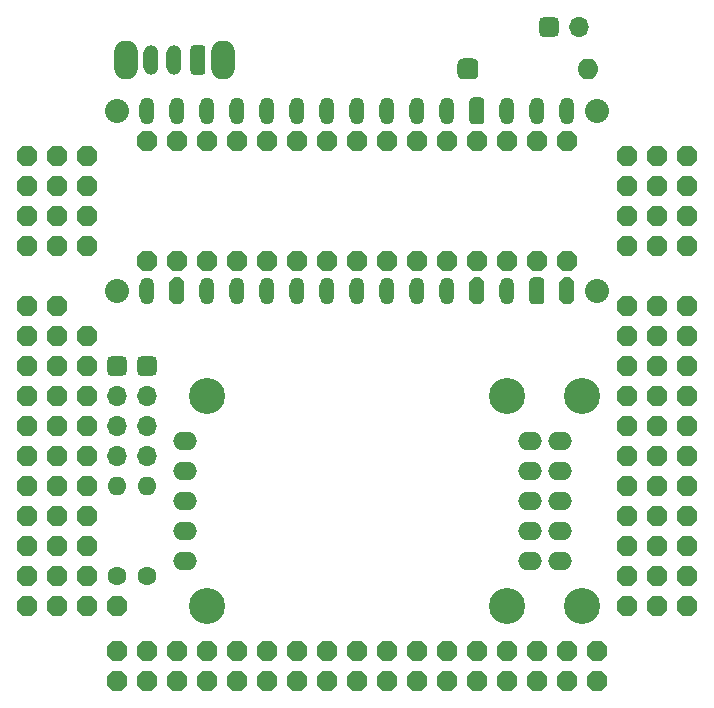
<source format=gbr>
%TF.GenerationSoftware,KiCad,Pcbnew,7.0.5-7.0.5~ubuntu22.04.1*%
%TF.CreationDate,2023-06-07T00:17:10+05:30*%
%TF.ProjectId,BagTag,42616754-6167-42e6-9b69-6361645f7063,v2*%
%TF.SameCoordinates,Original*%
%TF.FileFunction,Soldermask,Bot*%
%TF.FilePolarity,Negative*%
%FSLAX46Y46*%
G04 Gerber Fmt 4.6, Leading zero omitted, Abs format (unit mm)*
G04 Created by KiCad (PCBNEW 7.0.5-7.0.5~ubuntu22.04.1) date 2023-06-07 00:17:10*
%MOMM*%
%LPD*%
G01*
G04 APERTURE LIST*
G04 Aperture macros list*
%AMRoundRect*
0 Rectangle with rounded corners*
0 $1 Rounding radius*
0 $2 $3 $4 $5 $6 $7 $8 $9 X,Y pos of 4 corners*
0 Add a 4 corners polygon primitive as box body*
4,1,4,$2,$3,$4,$5,$6,$7,$8,$9,$2,$3,0*
0 Add four circle primitives for the rounded corners*
1,1,$1+$1,$2,$3*
1,1,$1+$1,$4,$5*
1,1,$1+$1,$6,$7*
1,1,$1+$1,$8,$9*
0 Add four rect primitives between the rounded corners*
20,1,$1+$1,$2,$3,$4,$5,0*
20,1,$1+$1,$4,$5,$6,$7,0*
20,1,$1+$1,$6,$7,$8,$9,0*
20,1,$1+$1,$8,$9,$2,$3,0*%
%AMOutline5P*
0 Free polygon, 5 corners , with rotation*
0 The origin of the aperture is its center*
0 number of corners: always 5*
0 $1 to $10 corner X, Y*
0 $11 Rotation angle, in degrees counterclockwise*
0 create outline with 5 corners*
4,1,5,$1,$2,$3,$4,$5,$6,$7,$8,$9,$10,$1,$2,$11*%
%AMOutline6P*
0 Free polygon, 6 corners , with rotation*
0 The origin of the aperture is its center*
0 number of corners: always 6*
0 $1 to $12 corner X, Y*
0 $13 Rotation angle, in degrees counterclockwise*
0 create outline with 6 corners*
4,1,6,$1,$2,$3,$4,$5,$6,$7,$8,$9,$10,$11,$12,$1,$2,$13*%
%AMOutline7P*
0 Free polygon, 7 corners , with rotation*
0 The origin of the aperture is its center*
0 number of corners: always 7*
0 $1 to $14 corner X, Y*
0 $15 Rotation angle, in degrees counterclockwise*
0 create outline with 7 corners*
4,1,7,$1,$2,$3,$4,$5,$6,$7,$8,$9,$10,$11,$12,$13,$14,$1,$2,$15*%
%AMOutline8P*
0 Free polygon, 8 corners , with rotation*
0 The origin of the aperture is its center*
0 number of corners: always 8*
0 $1 to $16 corner X, Y*
0 $17 Rotation angle, in degrees counterclockwise*
0 create outline with 8 corners*
4,1,8,$1,$2,$3,$4,$5,$6,$7,$8,$9,$10,$11,$12,$13,$14,$15,$16,$1,$2,$17*%
G04 Aperture macros list end*
%ADD10Outline8P,-0.850000X0.340000X-0.340000X0.850000X0.340000X0.850000X0.850000X0.340000X0.850000X-0.340000X0.340000X-0.850000X-0.340000X-0.850000X-0.850000X-0.340000X180.000000*%
%ADD11Outline8P,-0.850000X0.340000X-0.340000X0.850000X0.340000X0.850000X0.850000X0.340000X0.850000X-0.340000X0.340000X-0.850000X-0.340000X-0.850000X-0.850000X-0.340000X270.000000*%
%ADD12C,3.048000*%
%ADD13O,2.032000X1.524000*%
%ADD14RoundRect,0.425000X-0.425000X0.425000X-0.425000X-0.425000X0.425000X-0.425000X0.425000X0.425000X0*%
%ADD15O,1.700000X1.700000*%
%ADD16RoundRect,0.425000X-0.425000X-0.425000X0.425000X-0.425000X0.425000X0.425000X-0.425000X0.425000X0*%
%ADD17C,1.600000*%
%ADD18O,1.600000X1.600000*%
%ADD19Outline8P,-0.850000X0.340000X-0.340000X0.850000X0.340000X0.850000X0.850000X0.340000X0.850000X-0.340000X0.340000X-0.850000X-0.340000X-0.850000X-0.850000X-0.340000X0.000000*%
%ADD20C,2.032000*%
%ADD21Outline8P,-1.143000X0.254000X-0.762000X0.635000X0.762000X0.635000X1.143000X0.254000X1.143000X-0.254000X0.762000X-0.635000X-0.762000X-0.635000X-1.143000X-0.254000X270.000000*%
%ADD22O,1.270000X2.286000*%
%ADD23RoundRect,0.317500X-0.317500X0.825500X-0.317500X-0.825500X0.317500X-0.825500X0.317500X0.825500X0*%
%ADD24O,2.032000X3.302000*%
%ADD25RoundRect,0.317500X-0.317500X-0.952500X0.317500X-0.952500X0.317500X0.952500X-0.317500X0.952500X0*%
%ADD26O,1.270000X2.540000*%
%ADD27RoundRect,0.444500X-0.444500X-0.444500X0.444500X-0.444500X0.444500X0.444500X-0.444500X0.444500X0*%
%ADD28O,1.778000X1.778000*%
G04 APERTURE END LIST*
D10*
%TO.C,J242*%
X105410000Y-71120000D03*
%TD*%
%TO.C,J234*%
X107950000Y-63500000D03*
%TD*%
D11*
%TO.C,J155*%
X72390000Y-107950000D03*
%TD*%
D10*
%TO.C,J189*%
X57150000Y-91440000D03*
%TD*%
D11*
%TO.C,J175*%
X97790000Y-107950000D03*
%TD*%
D10*
%TO.C,J225*%
X57150000Y-66040000D03*
%TD*%
%TO.C,J142*%
X107950000Y-81280000D03*
%TD*%
%TO.C,J186*%
X57150000Y-83820000D03*
%TD*%
%TO.C,J144*%
X107950000Y-86360000D03*
%TD*%
D11*
%TO.C,J154*%
X69850000Y-107950000D03*
%TD*%
D10*
%TO.C,J226*%
X52070000Y-68580000D03*
%TD*%
%TO.C,J137*%
X105410000Y-93980000D03*
%TD*%
%TO.C,J149*%
X107950000Y-99060000D03*
%TD*%
%TO.C,J237*%
X107950000Y-66040000D03*
%TD*%
%TO.C,J140*%
X107950000Y-76200000D03*
%TD*%
%TO.C,J132*%
X105410000Y-81280000D03*
%TD*%
D11*
%TO.C,J158*%
X80010000Y-107950000D03*
%TD*%
D10*
%TO.C,J111*%
X54610000Y-78740000D03*
%TD*%
%TO.C,J124*%
X102870000Y-86360000D03*
%TD*%
D11*
%TO.C,J174*%
X95250000Y-107950000D03*
%TD*%
D10*
%TO.C,J143*%
X107950000Y-83820000D03*
%TD*%
%TO.C,J145*%
X107950000Y-88900000D03*
%TD*%
%TO.C,J236*%
X105410000Y-66040000D03*
%TD*%
%TO.C,J232*%
X102870000Y-63500000D03*
%TD*%
%TO.C,J133*%
X105410000Y-83820000D03*
%TD*%
%TO.C,J148*%
X107950000Y-96520000D03*
%TD*%
D11*
%TO.C,J196*%
X59690000Y-101600000D03*
%TD*%
%TO.C,J160*%
X59690000Y-105410000D03*
%TD*%
D12*
%TO.C,LED2*%
X99060000Y-83820000D03*
X99060000Y-101600000D03*
D13*
X97155000Y-97790000D03*
X97155000Y-95250000D03*
X97155000Y-92710000D03*
X97155000Y-90170000D03*
X97155000Y-87630000D03*
%TD*%
D10*
%TO.C,J233*%
X105410000Y-63500000D03*
%TD*%
%TO.C,J128*%
X102870000Y-96520000D03*
%TD*%
D11*
%TO.C,J164*%
X69850000Y-105410000D03*
%TD*%
D10*
%TO.C,J102*%
X52070000Y-81280000D03*
%TD*%
%TO.C,J230*%
X54610000Y-71120000D03*
%TD*%
D11*
%TO.C,J173*%
X92710000Y-107950000D03*
%TD*%
D10*
%TO.C,J109*%
X52070000Y-99060000D03*
%TD*%
%TO.C,J108*%
X52070000Y-96520000D03*
%TD*%
%TO.C,J235*%
X102870000Y-66040000D03*
%TD*%
%TO.C,J227*%
X54610000Y-68580000D03*
%TD*%
D11*
%TO.C,J165*%
X72390000Y-105410000D03*
%TD*%
D10*
%TO.C,J134*%
X105410000Y-86360000D03*
%TD*%
D11*
%TO.C,J194*%
X54610000Y-101600000D03*
%TD*%
%TO.C,J169*%
X82550000Y-105410000D03*
%TD*%
D14*
%TO.C,BT1*%
X96256000Y-52578000D03*
D15*
X98796000Y-52578000D03*
%TD*%
D11*
%TO.C,J162*%
X64769999Y-105410000D03*
%TD*%
D10*
%TO.C,J198*%
X105410000Y-101600000D03*
%TD*%
%TO.C,J231*%
X57150000Y-71120000D03*
%TD*%
%TO.C,J191*%
X57150000Y-96520000D03*
%TD*%
D11*
%TO.C,J172*%
X90169999Y-107950000D03*
%TD*%
D10*
%TO.C,J138*%
X105410000Y-96520000D03*
%TD*%
%TO.C,J113*%
X54610000Y-83820000D03*
%TD*%
%TO.C,J135*%
X105410000Y-88900000D03*
%TD*%
D16*
%TO.C,J2*%
X59690000Y-81280000D03*
D15*
X59690000Y-83820000D03*
X59690000Y-86360000D03*
X59690000Y-88900000D03*
%TD*%
D10*
%TO.C,J223*%
X52070000Y-66040000D03*
%TD*%
D12*
%TO.C,LED1*%
X67310000Y-83820000D03*
X67310000Y-101600000D03*
X92710000Y-83820000D03*
X92710000Y-101600000D03*
D13*
X65405000Y-97790000D03*
X94615000Y-97790000D03*
X65405000Y-95250000D03*
X94615000Y-95250000D03*
X65405000Y-92710000D03*
X94615000Y-92710000D03*
X65405000Y-90170000D03*
X94615000Y-90170000D03*
X65405000Y-87630000D03*
X94615000Y-87630000D03*
%TD*%
D11*
%TO.C,J171*%
X87630000Y-107950000D03*
%TD*%
D10*
%TO.C,J106*%
X52070000Y-91440000D03*
%TD*%
D11*
%TO.C,J153*%
X67310000Y-107950000D03*
%TD*%
D10*
%TO.C,J121*%
X102870000Y-78740000D03*
%TD*%
%TO.C,J107*%
X52070000Y-93980000D03*
%TD*%
D16*
%TO.C,J1*%
X62230000Y-81280000D03*
D15*
X62230000Y-83820000D03*
X62230000Y-86360000D03*
X62230000Y-88900000D03*
%TD*%
D10*
%TO.C,J221*%
X54610000Y-63500000D03*
%TD*%
%TO.C,J127*%
X102870000Y-93980000D03*
%TD*%
D11*
%TO.C,J176*%
X85090000Y-105410000D03*
%TD*%
D10*
%TO.C,J229*%
X52070000Y-71120000D03*
%TD*%
%TO.C,J222*%
X57150000Y-63500000D03*
%TD*%
%TO.C,J192*%
X57150000Y-99060000D03*
%TD*%
D11*
%TO.C,J178*%
X90169999Y-105410000D03*
%TD*%
D10*
%TO.C,J125*%
X102870000Y-88900000D03*
%TD*%
%TO.C,J117*%
X54610000Y-93980000D03*
%TD*%
%TO.C,J100*%
X52070000Y-76200000D03*
%TD*%
%TO.C,J184*%
X57150000Y-78740000D03*
%TD*%
D11*
%TO.C,J170*%
X85090000Y-107950000D03*
%TD*%
D10*
%TO.C,J110*%
X54610000Y-76200000D03*
%TD*%
D11*
%TO.C,J151*%
X62230000Y-107950000D03*
%TD*%
%TO.C,J167*%
X77470001Y-105410000D03*
%TD*%
%TO.C,J193*%
X52070000Y-101600000D03*
%TD*%
%TO.C,J157*%
X77470001Y-107950000D03*
%TD*%
D10*
%TO.C,J123*%
X102870000Y-83820000D03*
%TD*%
%TO.C,J187*%
X57150000Y-86360000D03*
%TD*%
%TO.C,J182*%
X100330000Y-105410000D03*
%TD*%
%TO.C,J220*%
X52070000Y-63500000D03*
%TD*%
D11*
%TO.C,J177*%
X87630000Y-105410000D03*
%TD*%
D17*
%TO.C,R2*%
X62230000Y-99060000D03*
D18*
X62230000Y-91440000D03*
%TD*%
D10*
%TO.C,J243*%
X107950000Y-71120000D03*
%TD*%
%TO.C,J115*%
X54610000Y-88900000D03*
%TD*%
%TO.C,J199*%
X107950000Y-101600000D03*
%TD*%
%TO.C,J188*%
X57150000Y-88900000D03*
%TD*%
%TO.C,J147*%
X107950000Y-93980000D03*
%TD*%
D19*
%TO.C,J179*%
X92710000Y-105410000D03*
%TD*%
D10*
%TO.C,J141*%
X107950000Y-78740000D03*
%TD*%
D19*
%TO.C,J163*%
X67310000Y-105410000D03*
%TD*%
D10*
%TO.C,J139*%
X105410000Y-99060000D03*
%TD*%
%TO.C,J118*%
X54610000Y-96520000D03*
%TD*%
%TO.C,J112*%
X54610000Y-81280000D03*
%TD*%
%TO.C,J116*%
X54610000Y-91440000D03*
%TD*%
%TO.C,J185*%
X57150000Y-81280000D03*
%TD*%
%TO.C,J120*%
X102870000Y-76200000D03*
%TD*%
D11*
%TO.C,J195*%
X57149999Y-101600000D03*
%TD*%
%TO.C,J197*%
X102870000Y-101600000D03*
%TD*%
D19*
%TO.C,J181*%
X97790000Y-105410000D03*
%TD*%
D11*
%TO.C,J180*%
X95250000Y-105410000D03*
%TD*%
D20*
%TO.C,U1*%
X100330000Y-59690000D03*
X59690000Y-59690000D03*
X100330000Y-74930000D03*
X59690000Y-74930000D03*
D21*
X64770000Y-74930000D03*
X90170000Y-74930000D03*
D22*
X69850000Y-74930000D03*
X72390000Y-74930000D03*
X74930000Y-74930000D03*
X77470000Y-74930000D03*
X80010000Y-74930000D03*
X82550000Y-74930000D03*
X85090000Y-74930000D03*
X87630000Y-74930000D03*
X67310000Y-74930000D03*
X95250000Y-59690000D03*
X97790000Y-59690000D03*
X87630000Y-59690000D03*
X85090000Y-59690000D03*
X82550000Y-59690000D03*
X80010000Y-59690000D03*
X77470000Y-59690000D03*
X74930000Y-59690000D03*
X72390000Y-59690000D03*
X69850000Y-59690000D03*
X67310000Y-59690000D03*
X64770000Y-59690000D03*
X62230000Y-59690000D03*
X62230000Y-74930000D03*
D23*
X90170000Y-59690000D03*
X95250000Y-74930000D03*
D22*
X92710000Y-59690000D03*
X92710000Y-74930000D03*
D21*
X97790000Y-74930000D03*
%TD*%
D11*
%TO.C,J150*%
X59690000Y-107950000D03*
%TD*%
D10*
%TO.C,J238*%
X102870000Y-68580000D03*
%TD*%
%TO.C,J122*%
X102870000Y-81280000D03*
%TD*%
%TO.C,J183*%
X100330000Y-107950000D03*
%TD*%
%TO.C,J126*%
X102870000Y-91440000D03*
%TD*%
%TO.C,J103*%
X52070000Y-83820000D03*
%TD*%
%TO.C,J131*%
X105410000Y-78740000D03*
%TD*%
%TO.C,J136*%
X105410000Y-91440000D03*
%TD*%
D24*
%TO.C,SW1*%
X68648000Y-55372000D03*
X60448000Y-55372000D03*
D25*
X66548000Y-55372000D03*
D26*
X64548000Y-55372000D03*
X62548000Y-55372000D03*
%TD*%
D10*
%TO.C,J114*%
X54610000Y-86360000D03*
%TD*%
%TO.C,J104*%
X52070000Y-86360000D03*
%TD*%
%TO.C,J228*%
X57150000Y-68580000D03*
%TD*%
D11*
%TO.C,J156*%
X74930000Y-107950000D03*
%TD*%
D10*
%TO.C,J130*%
X105410000Y-76200000D03*
%TD*%
%TO.C,J119*%
X54610000Y-99060000D03*
%TD*%
D11*
%TO.C,J152*%
X64769999Y-107950000D03*
%TD*%
%TO.C,J168*%
X80010000Y-105410000D03*
%TD*%
%TO.C,J166*%
X74930000Y-105410000D03*
%TD*%
D10*
%TO.C,J241*%
X102870000Y-71120000D03*
%TD*%
%TO.C,J239*%
X105410000Y-68580000D03*
%TD*%
%TO.C,J105*%
X52070000Y-88900000D03*
%TD*%
%TO.C,J101*%
X52070000Y-78740000D03*
%TD*%
%TO.C,J129*%
X102870000Y-99060000D03*
%TD*%
D11*
%TO.C,J161*%
X62230000Y-105410000D03*
%TD*%
D27*
%TO.C,D1*%
X89408000Y-56134000D03*
D28*
X99568000Y-56134000D03*
%TD*%
D10*
%TO.C,J224*%
X54610000Y-66040000D03*
%TD*%
D17*
%TO.C,R1*%
X59690000Y-99060000D03*
D18*
X59690000Y-91440000D03*
%TD*%
D11*
%TO.C,J159*%
X82550000Y-107950000D03*
%TD*%
D10*
%TO.C,J190*%
X57150000Y-93980000D03*
%TD*%
%TO.C,J240*%
X107950000Y-68580000D03*
%TD*%
%TO.C,J146*%
X107950000Y-91440000D03*
%TD*%
D11*
%TO.C,J10*%
X87630000Y-62230000D03*
%TD*%
%TO.C,J25*%
X97790000Y-62230000D03*
%TD*%
%TO.C,J18*%
X67310000Y-62230000D03*
%TD*%
%TO.C,J35*%
X97790000Y-72390000D03*
%TD*%
%TO.C,J32*%
X72390000Y-72390000D03*
%TD*%
%TO.C,J24*%
X95250000Y-62230000D03*
%TD*%
%TO.C,J13*%
X80010000Y-62230000D03*
%TD*%
%TO.C,J20*%
X62230000Y-62230000D03*
%TD*%
%TO.C,J11*%
X85090000Y-62230000D03*
%TD*%
%TO.C,J22*%
X92709999Y-62230000D03*
%TD*%
%TO.C,J39*%
X90170000Y-62230000D03*
%TD*%
%TO.C,J36*%
X90170000Y-72390000D03*
%TD*%
%TO.C,J21*%
X62230000Y-72390000D03*
%TD*%
%TO.C,J26*%
X87630000Y-72390000D03*
%TD*%
%TO.C,J34*%
X67310000Y-72390000D03*
%TD*%
%TO.C,J29*%
X80010000Y-72390000D03*
%TD*%
%TO.C,J17*%
X69849999Y-62230000D03*
%TD*%
%TO.C,J12*%
X82550001Y-62230000D03*
%TD*%
%TO.C,J23*%
X92710000Y-72389999D03*
%TD*%
%TO.C,J16*%
X72390000Y-62230000D03*
%TD*%
%TO.C,J38*%
X95250000Y-72390000D03*
%TD*%
%TO.C,J33*%
X69850000Y-72389999D03*
%TD*%
%TO.C,J27*%
X85090000Y-72390000D03*
%TD*%
%TO.C,J37*%
X64770000Y-72390000D03*
%TD*%
%TO.C,J30*%
X77470000Y-72390000D03*
%TD*%
%TO.C,J15*%
X74930000Y-62230000D03*
%TD*%
%TO.C,J28*%
X82550000Y-72389999D03*
%TD*%
%TO.C,J31*%
X74930000Y-72390000D03*
%TD*%
%TO.C,J14*%
X77470000Y-62230000D03*
%TD*%
%TO.C,J19*%
X64770000Y-62230000D03*
%TD*%
M02*

</source>
